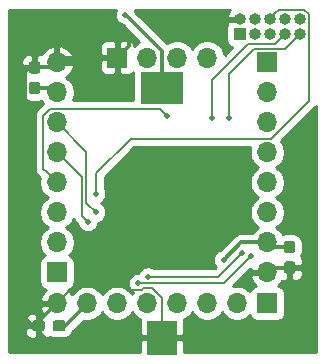
<source format=gbl>
G04 #@! TF.GenerationSoftware,KiCad,Pcbnew,(5.1.5-0-10_14)*
G04 #@! TF.CreationDate,2020-06-21T17:17:39+09:00*
G04 #@! TF.ProjectId,TriCon,54726943-6f6e-42e6-9b69-6361645f7063,1.1*
G04 #@! TF.SameCoordinates,Original*
G04 #@! TF.FileFunction,Copper,L2,Bot*
G04 #@! TF.FilePolarity,Positive*
%FSLAX46Y46*%
G04 Gerber Fmt 4.6, Leading zero omitted, Abs format (unit mm)*
G04 Created by KiCad (PCBNEW (5.1.5-0-10_14)) date 2020-06-21 17:17:39*
%MOMM*%
%LPD*%
G04 APERTURE LIST*
%ADD10O,1.700000X1.700000*%
%ADD11R,1.700000X1.700000*%
%ADD12R,3.600000X2.700000*%
%ADD13R,2.500000X3.000000*%
%ADD14O,1.000000X1.000000*%
%ADD15R,1.000000X1.000000*%
%ADD16C,0.100000*%
%ADD17C,0.508000*%
%ADD18C,0.304800*%
%ADD19C,0.203200*%
%ADD20C,0.254000*%
G04 APERTURE END LIST*
D10*
X153720000Y-88100000D03*
X151180000Y-88100000D03*
X148640000Y-88100000D03*
D11*
X146100000Y-88100000D03*
D12*
X149900000Y-90700000D03*
D13*
X149900000Y-111800000D03*
D14*
X161540000Y-84830000D03*
X161540000Y-86100000D03*
X160270000Y-84830000D03*
X160270000Y-86100000D03*
X159000000Y-84830000D03*
X159000000Y-86100000D03*
X157730000Y-84830000D03*
X157730000Y-86100000D03*
X156460000Y-84830000D03*
D15*
X156460000Y-86100000D03*
D10*
X141020000Y-108900000D03*
X143560000Y-108900000D03*
X146100000Y-108900000D03*
X148640000Y-108900000D03*
X151180000Y-108900000D03*
X153720000Y-108900000D03*
X156260000Y-108900000D03*
D11*
X158800000Y-108900000D03*
D10*
X158800000Y-106280000D03*
X158800000Y-103740000D03*
X158800000Y-101200000D03*
X158800000Y-98660000D03*
X158800000Y-96120000D03*
X158800000Y-93580000D03*
X158800000Y-91040000D03*
D11*
X158800000Y-88500000D03*
D10*
X141000000Y-88500000D03*
X141000000Y-91040000D03*
X141000000Y-93580000D03*
X141000000Y-96120000D03*
X141000000Y-98660000D03*
X141000000Y-101200000D03*
X141000000Y-103740000D03*
D11*
X141000000Y-106280000D03*
G04 #@! TA.AperFunction,SMDPad,CuDef*
D16*
G36*
X160960779Y-105351144D02*
G01*
X160983834Y-105354563D01*
X161006443Y-105360227D01*
X161028387Y-105368079D01*
X161049457Y-105378044D01*
X161069448Y-105390026D01*
X161088168Y-105403910D01*
X161105438Y-105419562D01*
X161121090Y-105436832D01*
X161134974Y-105455552D01*
X161146956Y-105475543D01*
X161156921Y-105496613D01*
X161164773Y-105518557D01*
X161170437Y-105541166D01*
X161173856Y-105564221D01*
X161175000Y-105587500D01*
X161175000Y-106162500D01*
X161173856Y-106185779D01*
X161170437Y-106208834D01*
X161164773Y-106231443D01*
X161156921Y-106253387D01*
X161146956Y-106274457D01*
X161134974Y-106294448D01*
X161121090Y-106313168D01*
X161105438Y-106330438D01*
X161088168Y-106346090D01*
X161069448Y-106359974D01*
X161049457Y-106371956D01*
X161028387Y-106381921D01*
X161006443Y-106389773D01*
X160983834Y-106395437D01*
X160960779Y-106398856D01*
X160937500Y-106400000D01*
X160462500Y-106400000D01*
X160439221Y-106398856D01*
X160416166Y-106395437D01*
X160393557Y-106389773D01*
X160371613Y-106381921D01*
X160350543Y-106371956D01*
X160330552Y-106359974D01*
X160311832Y-106346090D01*
X160294562Y-106330438D01*
X160278910Y-106313168D01*
X160265026Y-106294448D01*
X160253044Y-106274457D01*
X160243079Y-106253387D01*
X160235227Y-106231443D01*
X160229563Y-106208834D01*
X160226144Y-106185779D01*
X160225000Y-106162500D01*
X160225000Y-105587500D01*
X160226144Y-105564221D01*
X160229563Y-105541166D01*
X160235227Y-105518557D01*
X160243079Y-105496613D01*
X160253044Y-105475543D01*
X160265026Y-105455552D01*
X160278910Y-105436832D01*
X160294562Y-105419562D01*
X160311832Y-105403910D01*
X160330552Y-105390026D01*
X160350543Y-105378044D01*
X160371613Y-105368079D01*
X160393557Y-105360227D01*
X160416166Y-105354563D01*
X160439221Y-105351144D01*
X160462500Y-105350000D01*
X160937500Y-105350000D01*
X160960779Y-105351144D01*
G37*
G04 #@! TD.AperFunction*
G04 #@! TA.AperFunction,SMDPad,CuDef*
G36*
X160960779Y-103601144D02*
G01*
X160983834Y-103604563D01*
X161006443Y-103610227D01*
X161028387Y-103618079D01*
X161049457Y-103628044D01*
X161069448Y-103640026D01*
X161088168Y-103653910D01*
X161105438Y-103669562D01*
X161121090Y-103686832D01*
X161134974Y-103705552D01*
X161146956Y-103725543D01*
X161156921Y-103746613D01*
X161164773Y-103768557D01*
X161170437Y-103791166D01*
X161173856Y-103814221D01*
X161175000Y-103837500D01*
X161175000Y-104412500D01*
X161173856Y-104435779D01*
X161170437Y-104458834D01*
X161164773Y-104481443D01*
X161156921Y-104503387D01*
X161146956Y-104524457D01*
X161134974Y-104544448D01*
X161121090Y-104563168D01*
X161105438Y-104580438D01*
X161088168Y-104596090D01*
X161069448Y-104609974D01*
X161049457Y-104621956D01*
X161028387Y-104631921D01*
X161006443Y-104639773D01*
X160983834Y-104645437D01*
X160960779Y-104648856D01*
X160937500Y-104650000D01*
X160462500Y-104650000D01*
X160439221Y-104648856D01*
X160416166Y-104645437D01*
X160393557Y-104639773D01*
X160371613Y-104631921D01*
X160350543Y-104621956D01*
X160330552Y-104609974D01*
X160311832Y-104596090D01*
X160294562Y-104580438D01*
X160278910Y-104563168D01*
X160265026Y-104544448D01*
X160253044Y-104524457D01*
X160243079Y-104503387D01*
X160235227Y-104481443D01*
X160229563Y-104458834D01*
X160226144Y-104435779D01*
X160225000Y-104412500D01*
X160225000Y-103837500D01*
X160226144Y-103814221D01*
X160229563Y-103791166D01*
X160235227Y-103768557D01*
X160243079Y-103746613D01*
X160253044Y-103725543D01*
X160265026Y-103705552D01*
X160278910Y-103686832D01*
X160294562Y-103669562D01*
X160311832Y-103653910D01*
X160330552Y-103640026D01*
X160350543Y-103628044D01*
X160371613Y-103618079D01*
X160393557Y-103610227D01*
X160416166Y-103604563D01*
X160439221Y-103601144D01*
X160462500Y-103600000D01*
X160937500Y-103600000D01*
X160960779Y-103601144D01*
G37*
G04 #@! TD.AperFunction*
G04 #@! TA.AperFunction,SMDPad,CuDef*
G36*
X139735779Y-110326144D02*
G01*
X139758834Y-110329563D01*
X139781443Y-110335227D01*
X139803387Y-110343079D01*
X139824457Y-110353044D01*
X139844448Y-110365026D01*
X139863168Y-110378910D01*
X139880438Y-110394562D01*
X139896090Y-110411832D01*
X139909974Y-110430552D01*
X139921956Y-110450543D01*
X139931921Y-110471613D01*
X139939773Y-110493557D01*
X139945437Y-110516166D01*
X139948856Y-110539221D01*
X139950000Y-110562500D01*
X139950000Y-111037500D01*
X139948856Y-111060779D01*
X139945437Y-111083834D01*
X139939773Y-111106443D01*
X139931921Y-111128387D01*
X139921956Y-111149457D01*
X139909974Y-111169448D01*
X139896090Y-111188168D01*
X139880438Y-111205438D01*
X139863168Y-111221090D01*
X139844448Y-111234974D01*
X139824457Y-111246956D01*
X139803387Y-111256921D01*
X139781443Y-111264773D01*
X139758834Y-111270437D01*
X139735779Y-111273856D01*
X139712500Y-111275000D01*
X139137500Y-111275000D01*
X139114221Y-111273856D01*
X139091166Y-111270437D01*
X139068557Y-111264773D01*
X139046613Y-111256921D01*
X139025543Y-111246956D01*
X139005552Y-111234974D01*
X138986832Y-111221090D01*
X138969562Y-111205438D01*
X138953910Y-111188168D01*
X138940026Y-111169448D01*
X138928044Y-111149457D01*
X138918079Y-111128387D01*
X138910227Y-111106443D01*
X138904563Y-111083834D01*
X138901144Y-111060779D01*
X138900000Y-111037500D01*
X138900000Y-110562500D01*
X138901144Y-110539221D01*
X138904563Y-110516166D01*
X138910227Y-110493557D01*
X138918079Y-110471613D01*
X138928044Y-110450543D01*
X138940026Y-110430552D01*
X138953910Y-110411832D01*
X138969562Y-110394562D01*
X138986832Y-110378910D01*
X139005552Y-110365026D01*
X139025543Y-110353044D01*
X139046613Y-110343079D01*
X139068557Y-110335227D01*
X139091166Y-110329563D01*
X139114221Y-110326144D01*
X139137500Y-110325000D01*
X139712500Y-110325000D01*
X139735779Y-110326144D01*
G37*
G04 #@! TD.AperFunction*
G04 #@! TA.AperFunction,SMDPad,CuDef*
G36*
X141485779Y-110326144D02*
G01*
X141508834Y-110329563D01*
X141531443Y-110335227D01*
X141553387Y-110343079D01*
X141574457Y-110353044D01*
X141594448Y-110365026D01*
X141613168Y-110378910D01*
X141630438Y-110394562D01*
X141646090Y-110411832D01*
X141659974Y-110430552D01*
X141671956Y-110450543D01*
X141681921Y-110471613D01*
X141689773Y-110493557D01*
X141695437Y-110516166D01*
X141698856Y-110539221D01*
X141700000Y-110562500D01*
X141700000Y-111037500D01*
X141698856Y-111060779D01*
X141695437Y-111083834D01*
X141689773Y-111106443D01*
X141681921Y-111128387D01*
X141671956Y-111149457D01*
X141659974Y-111169448D01*
X141646090Y-111188168D01*
X141630438Y-111205438D01*
X141613168Y-111221090D01*
X141594448Y-111234974D01*
X141574457Y-111246956D01*
X141553387Y-111256921D01*
X141531443Y-111264773D01*
X141508834Y-111270437D01*
X141485779Y-111273856D01*
X141462500Y-111275000D01*
X140887500Y-111275000D01*
X140864221Y-111273856D01*
X140841166Y-111270437D01*
X140818557Y-111264773D01*
X140796613Y-111256921D01*
X140775543Y-111246956D01*
X140755552Y-111234974D01*
X140736832Y-111221090D01*
X140719562Y-111205438D01*
X140703910Y-111188168D01*
X140690026Y-111169448D01*
X140678044Y-111149457D01*
X140668079Y-111128387D01*
X140660227Y-111106443D01*
X140654563Y-111083834D01*
X140651144Y-111060779D01*
X140650000Y-111037500D01*
X140650000Y-110562500D01*
X140651144Y-110539221D01*
X140654563Y-110516166D01*
X140660227Y-110493557D01*
X140668079Y-110471613D01*
X140678044Y-110450543D01*
X140690026Y-110430552D01*
X140703910Y-110411832D01*
X140719562Y-110394562D01*
X140736832Y-110378910D01*
X140755552Y-110365026D01*
X140775543Y-110353044D01*
X140796613Y-110343079D01*
X140818557Y-110335227D01*
X140841166Y-110329563D01*
X140864221Y-110326144D01*
X140887500Y-110325000D01*
X141462500Y-110325000D01*
X141485779Y-110326144D01*
G37*
G04 #@! TD.AperFunction*
G04 #@! TA.AperFunction,SMDPad,CuDef*
G36*
X139360779Y-88401144D02*
G01*
X139383834Y-88404563D01*
X139406443Y-88410227D01*
X139428387Y-88418079D01*
X139449457Y-88428044D01*
X139469448Y-88440026D01*
X139488168Y-88453910D01*
X139505438Y-88469562D01*
X139521090Y-88486832D01*
X139534974Y-88505552D01*
X139546956Y-88525543D01*
X139556921Y-88546613D01*
X139564773Y-88568557D01*
X139570437Y-88591166D01*
X139573856Y-88614221D01*
X139575000Y-88637500D01*
X139575000Y-89212500D01*
X139573856Y-89235779D01*
X139570437Y-89258834D01*
X139564773Y-89281443D01*
X139556921Y-89303387D01*
X139546956Y-89324457D01*
X139534974Y-89344448D01*
X139521090Y-89363168D01*
X139505438Y-89380438D01*
X139488168Y-89396090D01*
X139469448Y-89409974D01*
X139449457Y-89421956D01*
X139428387Y-89431921D01*
X139406443Y-89439773D01*
X139383834Y-89445437D01*
X139360779Y-89448856D01*
X139337500Y-89450000D01*
X138862500Y-89450000D01*
X138839221Y-89448856D01*
X138816166Y-89445437D01*
X138793557Y-89439773D01*
X138771613Y-89431921D01*
X138750543Y-89421956D01*
X138730552Y-89409974D01*
X138711832Y-89396090D01*
X138694562Y-89380438D01*
X138678910Y-89363168D01*
X138665026Y-89344448D01*
X138653044Y-89324457D01*
X138643079Y-89303387D01*
X138635227Y-89281443D01*
X138629563Y-89258834D01*
X138626144Y-89235779D01*
X138625000Y-89212500D01*
X138625000Y-88637500D01*
X138626144Y-88614221D01*
X138629563Y-88591166D01*
X138635227Y-88568557D01*
X138643079Y-88546613D01*
X138653044Y-88525543D01*
X138665026Y-88505552D01*
X138678910Y-88486832D01*
X138694562Y-88469562D01*
X138711832Y-88453910D01*
X138730552Y-88440026D01*
X138750543Y-88428044D01*
X138771613Y-88418079D01*
X138793557Y-88410227D01*
X138816166Y-88404563D01*
X138839221Y-88401144D01*
X138862500Y-88400000D01*
X139337500Y-88400000D01*
X139360779Y-88401144D01*
G37*
G04 #@! TD.AperFunction*
G04 #@! TA.AperFunction,SMDPad,CuDef*
G36*
X139360779Y-90151144D02*
G01*
X139383834Y-90154563D01*
X139406443Y-90160227D01*
X139428387Y-90168079D01*
X139449457Y-90178044D01*
X139469448Y-90190026D01*
X139488168Y-90203910D01*
X139505438Y-90219562D01*
X139521090Y-90236832D01*
X139534974Y-90255552D01*
X139546956Y-90275543D01*
X139556921Y-90296613D01*
X139564773Y-90318557D01*
X139570437Y-90341166D01*
X139573856Y-90364221D01*
X139575000Y-90387500D01*
X139575000Y-90962500D01*
X139573856Y-90985779D01*
X139570437Y-91008834D01*
X139564773Y-91031443D01*
X139556921Y-91053387D01*
X139546956Y-91074457D01*
X139534974Y-91094448D01*
X139521090Y-91113168D01*
X139505438Y-91130438D01*
X139488168Y-91146090D01*
X139469448Y-91159974D01*
X139449457Y-91171956D01*
X139428387Y-91181921D01*
X139406443Y-91189773D01*
X139383834Y-91195437D01*
X139360779Y-91198856D01*
X139337500Y-91200000D01*
X138862500Y-91200000D01*
X138839221Y-91198856D01*
X138816166Y-91195437D01*
X138793557Y-91189773D01*
X138771613Y-91181921D01*
X138750543Y-91171956D01*
X138730552Y-91159974D01*
X138711832Y-91146090D01*
X138694562Y-91130438D01*
X138678910Y-91113168D01*
X138665026Y-91094448D01*
X138653044Y-91074457D01*
X138643079Y-91053387D01*
X138635227Y-91031443D01*
X138629563Y-91008834D01*
X138626144Y-90985779D01*
X138625000Y-90962500D01*
X138625000Y-90387500D01*
X138626144Y-90364221D01*
X138629563Y-90341166D01*
X138635227Y-90318557D01*
X138643079Y-90296613D01*
X138653044Y-90275543D01*
X138665026Y-90255552D01*
X138678910Y-90236832D01*
X138694562Y-90219562D01*
X138711832Y-90203910D01*
X138730552Y-90190026D01*
X138750543Y-90178044D01*
X138771613Y-90168079D01*
X138793557Y-90160227D01*
X138816166Y-90154563D01*
X138839221Y-90151144D01*
X138862500Y-90150000D01*
X139337500Y-90150000D01*
X139360779Y-90151144D01*
G37*
G04 #@! TD.AperFunction*
D17*
X147100000Y-86100000D03*
X146800000Y-84500000D03*
X155100000Y-105200000D03*
X154100000Y-93200000D03*
X144300000Y-99600000D03*
X144300000Y-101200000D03*
X143600000Y-102000000D03*
X150300000Y-93000000D03*
X157400000Y-104900000D03*
X147900000Y-107200000D03*
X156700000Y-104600000D03*
X148700000Y-106641200D03*
X155600000Y-93200000D03*
D18*
X140575000Y-88925000D02*
X141000000Y-88500000D01*
X139100000Y-88925000D02*
X140575000Y-88925000D01*
X139425000Y-111275000D02*
X139425000Y-110800000D01*
X140050000Y-111900000D02*
X139425000Y-111275000D01*
X149900000Y-111900000D02*
X140050000Y-111900000D01*
X149900000Y-111900000D02*
X159400000Y-111900000D01*
X160700000Y-110600000D02*
X160700000Y-105875000D01*
X159400000Y-111900000D02*
X160700000Y-110600000D01*
X138625000Y-88925000D02*
X139100000Y-88925000D01*
X138269390Y-110169390D02*
X138269390Y-89280610D01*
X138900000Y-110800000D02*
X138269390Y-110169390D01*
X138269390Y-89280610D02*
X138625000Y-88925000D01*
X139425000Y-110800000D02*
X138900000Y-110800000D01*
X141400000Y-88100000D02*
X141000000Y-88500000D01*
X146100000Y-88100000D02*
X141400000Y-88100000D01*
X147100000Y-87100000D02*
X146100000Y-88100000D01*
X147100000Y-86100000D02*
X147100000Y-87100000D01*
X159205000Y-105875000D02*
X158800000Y-106280000D01*
X160700000Y-105875000D02*
X159205000Y-105875000D01*
X139425000Y-110495000D02*
X141020000Y-108900000D01*
X139425000Y-110800000D02*
X139425000Y-110495000D01*
D19*
X141869999Y-108050001D02*
X141020000Y-108900000D01*
X142820000Y-107100000D02*
X141869999Y-108050001D01*
X147158801Y-107758801D02*
X146500000Y-107100000D01*
X146500000Y-107100000D02*
X142820000Y-107100000D01*
X148168225Y-107758801D02*
X147158801Y-107758801D01*
X148320616Y-107606410D02*
X148168225Y-107758801D01*
X149055516Y-107606410D02*
X148320616Y-107606410D01*
X149900000Y-108450894D02*
X149055516Y-107606410D01*
X149900000Y-111900000D02*
X149900000Y-108450894D01*
D18*
X146824290Y-84500000D02*
X146800000Y-84500000D01*
X149900000Y-87575710D02*
X146824290Y-84500000D01*
X149900000Y-90600000D02*
X149900000Y-87575710D01*
X140635000Y-90675000D02*
X141000000Y-91040000D01*
X139100000Y-90675000D02*
X140635000Y-90675000D01*
X159185000Y-104125000D02*
X158800000Y-103740000D01*
X160700000Y-104125000D02*
X159185000Y-104125000D01*
X143560000Y-108940000D02*
X143560000Y-108900000D01*
X141700000Y-110800000D02*
X143560000Y-108940000D01*
X141175000Y-110800000D02*
X141700000Y-110800000D01*
X156560000Y-103740000D02*
X155100000Y-105200000D01*
X158800000Y-103740000D02*
X156560000Y-103740000D01*
D19*
X154100000Y-90009602D02*
X154100000Y-93200000D01*
X157204801Y-86904801D02*
X154100000Y-90009602D01*
X159465199Y-86904801D02*
X160270000Y-86100000D01*
X157204801Y-86904801D02*
X159465199Y-86904801D01*
X159499999Y-84330001D02*
X159000000Y-84830000D01*
X159804801Y-84025199D02*
X159499999Y-84330001D01*
X161926305Y-84025199D02*
X159804801Y-84025199D01*
X162344801Y-91744305D02*
X162344801Y-84443695D01*
X159123907Y-94965199D02*
X162344801Y-91744305D01*
X162344801Y-84443695D02*
X161926305Y-84025199D01*
X147234801Y-94965199D02*
X159123907Y-94965199D01*
X144300000Y-97900000D02*
X147234801Y-94965199D01*
X144300000Y-99600000D02*
X144300000Y-97900000D01*
X141000000Y-93580000D02*
X143500000Y-96080000D01*
X143500000Y-100400000D02*
X144300000Y-101200000D01*
X143500000Y-96080000D02*
X143500000Y-100400000D01*
X141849999Y-96969999D02*
X141000000Y-96120000D01*
X143093590Y-101493590D02*
X143093590Y-98213590D01*
X143093590Y-98213590D02*
X141849999Y-96969999D01*
X143600000Y-102000000D02*
X143093590Y-101493590D01*
X139845199Y-93025695D02*
X139845199Y-97505199D01*
X139845199Y-97505199D02*
X140150001Y-97810001D01*
X140445695Y-92425199D02*
X139845199Y-93025695D01*
X149725199Y-92425199D02*
X140445695Y-92425199D01*
X140150001Y-97810001D02*
X141000000Y-98660000D01*
X150300000Y-93000000D02*
X149725199Y-92425199D01*
X155100000Y-107200000D02*
X147900000Y-107200000D01*
X157400000Y-104900000D02*
X155100000Y-107200000D01*
X154658800Y-106641200D02*
X148700000Y-106641200D01*
X156700000Y-104600000D02*
X154658800Y-106641200D01*
X155600000Y-89451358D02*
X157706159Y-87345199D01*
X160294801Y-87345199D02*
X161540000Y-86100000D01*
X157706159Y-87345199D02*
X160294801Y-87345199D01*
X155600000Y-93200000D02*
X155600000Y-89451358D01*
D20*
G36*
X146012179Y-84078901D02*
G01*
X145945164Y-84240688D01*
X145911000Y-84412441D01*
X145911000Y-84587559D01*
X145945164Y-84759312D01*
X146012179Y-84921099D01*
X146109469Y-85066704D01*
X146233296Y-85190531D01*
X146378901Y-85287821D01*
X146540688Y-85354836D01*
X146571756Y-85361016D01*
X147977715Y-86766975D01*
X147936589Y-86784010D01*
X147693368Y-86946525D01*
X147561513Y-87078380D01*
X147539502Y-87005820D01*
X147480537Y-86895506D01*
X147401185Y-86798815D01*
X147304494Y-86719463D01*
X147194180Y-86660498D01*
X147074482Y-86624188D01*
X146950000Y-86611928D01*
X146385750Y-86615000D01*
X146227000Y-86773750D01*
X146227000Y-87973000D01*
X146247000Y-87973000D01*
X146247000Y-88227000D01*
X146227000Y-88227000D01*
X146227000Y-89426250D01*
X146385750Y-89585000D01*
X146950000Y-89588072D01*
X147074482Y-89575812D01*
X147194180Y-89539502D01*
X147304494Y-89480537D01*
X147401185Y-89401185D01*
X147464483Y-89324056D01*
X147461928Y-89350000D01*
X147461928Y-91688599D01*
X142338694Y-91688599D01*
X142427932Y-91473158D01*
X142485000Y-91186260D01*
X142485000Y-90893740D01*
X142427932Y-90606842D01*
X142315990Y-90336589D01*
X142153475Y-90093368D01*
X141946632Y-89886525D01*
X141764466Y-89764805D01*
X141881355Y-89695178D01*
X142097588Y-89500269D01*
X142271641Y-89266920D01*
X142396825Y-89004099D01*
X142413234Y-88950000D01*
X144611928Y-88950000D01*
X144624188Y-89074482D01*
X144660498Y-89194180D01*
X144719463Y-89304494D01*
X144798815Y-89401185D01*
X144895506Y-89480537D01*
X145005820Y-89539502D01*
X145125518Y-89575812D01*
X145250000Y-89588072D01*
X145814250Y-89585000D01*
X145973000Y-89426250D01*
X145973000Y-88227000D01*
X144773750Y-88227000D01*
X144615000Y-88385750D01*
X144611928Y-88950000D01*
X142413234Y-88950000D01*
X142441476Y-88856890D01*
X142320155Y-88627000D01*
X141127000Y-88627000D01*
X141127000Y-88647000D01*
X140873000Y-88647000D01*
X140873000Y-88627000D01*
X140853000Y-88627000D01*
X140853000Y-88373000D01*
X140873000Y-88373000D01*
X140873000Y-87179186D01*
X141127000Y-87179186D01*
X141127000Y-88373000D01*
X142320155Y-88373000D01*
X142441476Y-88143110D01*
X142396825Y-87995901D01*
X142271641Y-87733080D01*
X142097588Y-87499731D01*
X141881355Y-87304822D01*
X141789321Y-87250000D01*
X144611928Y-87250000D01*
X144615000Y-87814250D01*
X144773750Y-87973000D01*
X145973000Y-87973000D01*
X145973000Y-86773750D01*
X145814250Y-86615000D01*
X145250000Y-86611928D01*
X145125518Y-86624188D01*
X145005820Y-86660498D01*
X144895506Y-86719463D01*
X144798815Y-86798815D01*
X144719463Y-86895506D01*
X144660498Y-87005820D01*
X144624188Y-87125518D01*
X144611928Y-87250000D01*
X141789321Y-87250000D01*
X141631252Y-87155843D01*
X141356891Y-87058519D01*
X141127000Y-87179186D01*
X140873000Y-87179186D01*
X140643109Y-87058519D01*
X140368748Y-87155843D01*
X140118645Y-87304822D01*
X139902412Y-87499731D01*
X139728359Y-87733080D01*
X139707605Y-87776652D01*
X139699482Y-87774188D01*
X139575000Y-87761928D01*
X139385750Y-87765000D01*
X139227000Y-87923750D01*
X139227000Y-88798000D01*
X139247000Y-88798000D01*
X139247000Y-89052000D01*
X139227000Y-89052000D01*
X139227000Y-89072000D01*
X138973000Y-89072000D01*
X138973000Y-89052000D01*
X138148750Y-89052000D01*
X137990000Y-89210750D01*
X137986928Y-89450000D01*
X137999188Y-89574482D01*
X138035498Y-89694180D01*
X138094463Y-89804494D01*
X138154099Y-89877161D01*
X138134488Y-89901058D01*
X138053577Y-90052433D01*
X138003752Y-90216684D01*
X137986928Y-90387500D01*
X137986928Y-90962500D01*
X138003752Y-91133316D01*
X138053577Y-91297567D01*
X138134488Y-91448942D01*
X138243377Y-91581623D01*
X138376058Y-91690512D01*
X138527433Y-91771423D01*
X138691684Y-91821248D01*
X138862500Y-91838072D01*
X139337500Y-91838072D01*
X139508316Y-91821248D01*
X139672567Y-91771423D01*
X139694790Y-91759545D01*
X139844934Y-91984250D01*
X139349931Y-92479254D01*
X139321824Y-92502321D01*
X139229775Y-92614483D01*
X139161377Y-92742447D01*
X139119257Y-92881297D01*
X139113408Y-92940688D01*
X139105035Y-93025695D01*
X139108599Y-93061878D01*
X139108600Y-97469006D01*
X139105035Y-97505199D01*
X139116023Y-97616751D01*
X139119258Y-97649598D01*
X139124113Y-97665603D01*
X139161377Y-97788446D01*
X139221004Y-97900000D01*
X139229776Y-97916412D01*
X139321825Y-98028574D01*
X139349931Y-98051640D01*
X139564281Y-98265990D01*
X139515000Y-98513740D01*
X139515000Y-98806260D01*
X139572068Y-99093158D01*
X139684010Y-99363411D01*
X139846525Y-99606632D01*
X140053368Y-99813475D01*
X140227760Y-99930000D01*
X140053368Y-100046525D01*
X139846525Y-100253368D01*
X139684010Y-100496589D01*
X139572068Y-100766842D01*
X139515000Y-101053740D01*
X139515000Y-101346260D01*
X139572068Y-101633158D01*
X139684010Y-101903411D01*
X139846525Y-102146632D01*
X140053368Y-102353475D01*
X140227760Y-102470000D01*
X140053368Y-102586525D01*
X139846525Y-102793368D01*
X139684010Y-103036589D01*
X139572068Y-103306842D01*
X139515000Y-103593740D01*
X139515000Y-103886260D01*
X139572068Y-104173158D01*
X139684010Y-104443411D01*
X139846525Y-104686632D01*
X139978380Y-104818487D01*
X139905820Y-104840498D01*
X139795506Y-104899463D01*
X139698815Y-104978815D01*
X139619463Y-105075506D01*
X139560498Y-105185820D01*
X139524188Y-105305518D01*
X139511928Y-105430000D01*
X139511928Y-107130000D01*
X139524188Y-107254482D01*
X139560498Y-107374180D01*
X139619463Y-107484494D01*
X139698815Y-107581185D01*
X139795506Y-107660537D01*
X139905820Y-107719502D01*
X140025518Y-107755812D01*
X140075594Y-107760744D01*
X140019731Y-107802412D01*
X139824822Y-108018645D01*
X139675843Y-108268748D01*
X139578519Y-108543109D01*
X139699186Y-108773000D01*
X140893000Y-108773000D01*
X140893000Y-108753000D01*
X141147000Y-108753000D01*
X141147000Y-108773000D01*
X141167000Y-108773000D01*
X141167000Y-109027000D01*
X141147000Y-109027000D01*
X141147000Y-109047000D01*
X140893000Y-109047000D01*
X140893000Y-109027000D01*
X139699186Y-109027000D01*
X139578519Y-109256891D01*
X139675843Y-109531252D01*
X139769952Y-109689240D01*
X139710750Y-109690000D01*
X139552000Y-109848750D01*
X139552000Y-110673000D01*
X139572000Y-110673000D01*
X139572000Y-110927000D01*
X139552000Y-110927000D01*
X139552000Y-111751250D01*
X139710750Y-111910000D01*
X139950000Y-111913072D01*
X140074482Y-111900812D01*
X140194180Y-111864502D01*
X140304494Y-111805537D01*
X140377161Y-111745901D01*
X140401058Y-111765512D01*
X140552433Y-111846423D01*
X140716684Y-111896248D01*
X140887500Y-111913072D01*
X141462500Y-111913072D01*
X141633316Y-111896248D01*
X141797567Y-111846423D01*
X141948942Y-111765512D01*
X142081623Y-111656623D01*
X142190512Y-111523942D01*
X142271423Y-111372567D01*
X142284678Y-111328872D01*
X143259276Y-110354275D01*
X143413740Y-110385000D01*
X143706260Y-110385000D01*
X143993158Y-110327932D01*
X144263411Y-110215990D01*
X144506632Y-110053475D01*
X144713475Y-109846632D01*
X144830000Y-109672240D01*
X144946525Y-109846632D01*
X145153368Y-110053475D01*
X145396589Y-110215990D01*
X145666842Y-110327932D01*
X145953740Y-110385000D01*
X146246260Y-110385000D01*
X146533158Y-110327932D01*
X146803411Y-110215990D01*
X147046632Y-110053475D01*
X147253475Y-109846632D01*
X147370000Y-109672240D01*
X147486525Y-109846632D01*
X147693368Y-110053475D01*
X147936589Y-110215990D01*
X148016925Y-110249266D01*
X148011928Y-110300000D01*
X148015000Y-111514250D01*
X148173750Y-111673000D01*
X149773000Y-111673000D01*
X149773000Y-111653000D01*
X150027000Y-111653000D01*
X150027000Y-111673000D01*
X151626250Y-111673000D01*
X151785000Y-111514250D01*
X151788072Y-110300000D01*
X151783859Y-110257226D01*
X151883411Y-110215990D01*
X152126632Y-110053475D01*
X152333475Y-109846632D01*
X152450000Y-109672240D01*
X152566525Y-109846632D01*
X152773368Y-110053475D01*
X153016589Y-110215990D01*
X153286842Y-110327932D01*
X153573740Y-110385000D01*
X153866260Y-110385000D01*
X154153158Y-110327932D01*
X154423411Y-110215990D01*
X154666632Y-110053475D01*
X154873475Y-109846632D01*
X154990000Y-109672240D01*
X155106525Y-109846632D01*
X155313368Y-110053475D01*
X155556589Y-110215990D01*
X155826842Y-110327932D01*
X156113740Y-110385000D01*
X156406260Y-110385000D01*
X156693158Y-110327932D01*
X156963411Y-110215990D01*
X157206632Y-110053475D01*
X157338487Y-109921620D01*
X157360498Y-109994180D01*
X157419463Y-110104494D01*
X157498815Y-110201185D01*
X157595506Y-110280537D01*
X157705820Y-110339502D01*
X157825518Y-110375812D01*
X157950000Y-110388072D01*
X159650000Y-110388072D01*
X159774482Y-110375812D01*
X159894180Y-110339502D01*
X160004494Y-110280537D01*
X160101185Y-110201185D01*
X160180537Y-110104494D01*
X160239502Y-109994180D01*
X160275812Y-109874482D01*
X160288072Y-109750000D01*
X160288072Y-108050000D01*
X160275812Y-107925518D01*
X160239502Y-107805820D01*
X160180537Y-107695506D01*
X160101185Y-107598815D01*
X160004494Y-107519463D01*
X159894180Y-107460498D01*
X159774482Y-107424188D01*
X159741525Y-107420942D01*
X159897588Y-107280269D01*
X160071641Y-107046920D01*
X160084071Y-107020823D01*
X160100518Y-107025812D01*
X160225000Y-107038072D01*
X160414250Y-107035000D01*
X160573000Y-106876250D01*
X160573000Y-106002000D01*
X160827000Y-106002000D01*
X160827000Y-106876250D01*
X160985750Y-107035000D01*
X161175000Y-107038072D01*
X161299482Y-107025812D01*
X161419180Y-106989502D01*
X161529494Y-106930537D01*
X161626185Y-106851185D01*
X161705537Y-106754494D01*
X161764502Y-106644180D01*
X161800812Y-106524482D01*
X161813072Y-106400000D01*
X161810000Y-106160750D01*
X161651250Y-106002000D01*
X160827000Y-106002000D01*
X160573000Y-106002000D01*
X160553000Y-106002000D01*
X160553000Y-105748000D01*
X160573000Y-105748000D01*
X160573000Y-105728000D01*
X160827000Y-105728000D01*
X160827000Y-105748000D01*
X161651250Y-105748000D01*
X161810000Y-105589250D01*
X161813072Y-105350000D01*
X161800812Y-105225518D01*
X161764502Y-105105820D01*
X161705537Y-104995506D01*
X161645901Y-104922839D01*
X161665512Y-104898942D01*
X161746423Y-104747567D01*
X161796248Y-104583316D01*
X161813072Y-104412500D01*
X161813072Y-103837500D01*
X161796248Y-103666684D01*
X161746423Y-103502433D01*
X161665512Y-103351058D01*
X161556623Y-103218377D01*
X161423942Y-103109488D01*
X161272567Y-103028577D01*
X161108316Y-102978752D01*
X160937500Y-102961928D01*
X160462500Y-102961928D01*
X160291684Y-102978752D01*
X160127433Y-103028577D01*
X160115057Y-103035192D01*
X159953475Y-102793368D01*
X159746632Y-102586525D01*
X159572240Y-102470000D01*
X159746632Y-102353475D01*
X159953475Y-102146632D01*
X160115990Y-101903411D01*
X160227932Y-101633158D01*
X160285000Y-101346260D01*
X160285000Y-101053740D01*
X160227932Y-100766842D01*
X160115990Y-100496589D01*
X159953475Y-100253368D01*
X159746632Y-100046525D01*
X159572240Y-99930000D01*
X159746632Y-99813475D01*
X159953475Y-99606632D01*
X160115990Y-99363411D01*
X160227932Y-99093158D01*
X160285000Y-98806260D01*
X160285000Y-98513740D01*
X160227932Y-98226842D01*
X160115990Y-97956589D01*
X159953475Y-97713368D01*
X159746632Y-97506525D01*
X159572240Y-97390000D01*
X159746632Y-97273475D01*
X159953475Y-97066632D01*
X160115990Y-96823411D01*
X160227932Y-96553158D01*
X160285000Y-96266260D01*
X160285000Y-95973740D01*
X160227932Y-95686842D01*
X160115990Y-95416589D01*
X159955066Y-95175749D01*
X162840074Y-92290742D01*
X162868175Y-92267680D01*
X162891238Y-92239578D01*
X162891243Y-92239573D01*
X162940000Y-92180162D01*
X162940001Y-113040000D01*
X151787414Y-113040000D01*
X151785000Y-112085750D01*
X151626250Y-111927000D01*
X150027000Y-111927000D01*
X150027000Y-111947000D01*
X149773000Y-111947000D01*
X149773000Y-111927000D01*
X148173750Y-111927000D01*
X148015000Y-112085750D01*
X148012586Y-113040000D01*
X136960000Y-113040000D01*
X136960000Y-111275000D01*
X138261928Y-111275000D01*
X138274188Y-111399482D01*
X138310498Y-111519180D01*
X138369463Y-111629494D01*
X138448815Y-111726185D01*
X138545506Y-111805537D01*
X138655820Y-111864502D01*
X138775518Y-111900812D01*
X138900000Y-111913072D01*
X139139250Y-111910000D01*
X139298000Y-111751250D01*
X139298000Y-110927000D01*
X138423750Y-110927000D01*
X138265000Y-111085750D01*
X138261928Y-111275000D01*
X136960000Y-111275000D01*
X136960000Y-110325000D01*
X138261928Y-110325000D01*
X138265000Y-110514250D01*
X138423750Y-110673000D01*
X139298000Y-110673000D01*
X139298000Y-109848750D01*
X139139250Y-109690000D01*
X138900000Y-109686928D01*
X138775518Y-109699188D01*
X138655820Y-109735498D01*
X138545506Y-109794463D01*
X138448815Y-109873815D01*
X138369463Y-109970506D01*
X138310498Y-110080820D01*
X138274188Y-110200518D01*
X138261928Y-110325000D01*
X136960000Y-110325000D01*
X136960000Y-88400000D01*
X137986928Y-88400000D01*
X137990000Y-88639250D01*
X138148750Y-88798000D01*
X138973000Y-88798000D01*
X138973000Y-87923750D01*
X138814250Y-87765000D01*
X138625000Y-87761928D01*
X138500518Y-87774188D01*
X138380820Y-87810498D01*
X138270506Y-87869463D01*
X138173815Y-87948815D01*
X138094463Y-88045506D01*
X138035498Y-88155820D01*
X137999188Y-88275518D01*
X137986928Y-88400000D01*
X136960000Y-88400000D01*
X136960000Y-84060000D01*
X146024808Y-84060000D01*
X146012179Y-84078901D01*
G37*
X146012179Y-84078901D02*
X145945164Y-84240688D01*
X145911000Y-84412441D01*
X145911000Y-84587559D01*
X145945164Y-84759312D01*
X146012179Y-84921099D01*
X146109469Y-85066704D01*
X146233296Y-85190531D01*
X146378901Y-85287821D01*
X146540688Y-85354836D01*
X146571756Y-85361016D01*
X147977715Y-86766975D01*
X147936589Y-86784010D01*
X147693368Y-86946525D01*
X147561513Y-87078380D01*
X147539502Y-87005820D01*
X147480537Y-86895506D01*
X147401185Y-86798815D01*
X147304494Y-86719463D01*
X147194180Y-86660498D01*
X147074482Y-86624188D01*
X146950000Y-86611928D01*
X146385750Y-86615000D01*
X146227000Y-86773750D01*
X146227000Y-87973000D01*
X146247000Y-87973000D01*
X146247000Y-88227000D01*
X146227000Y-88227000D01*
X146227000Y-89426250D01*
X146385750Y-89585000D01*
X146950000Y-89588072D01*
X147074482Y-89575812D01*
X147194180Y-89539502D01*
X147304494Y-89480537D01*
X147401185Y-89401185D01*
X147464483Y-89324056D01*
X147461928Y-89350000D01*
X147461928Y-91688599D01*
X142338694Y-91688599D01*
X142427932Y-91473158D01*
X142485000Y-91186260D01*
X142485000Y-90893740D01*
X142427932Y-90606842D01*
X142315990Y-90336589D01*
X142153475Y-90093368D01*
X141946632Y-89886525D01*
X141764466Y-89764805D01*
X141881355Y-89695178D01*
X142097588Y-89500269D01*
X142271641Y-89266920D01*
X142396825Y-89004099D01*
X142413234Y-88950000D01*
X144611928Y-88950000D01*
X144624188Y-89074482D01*
X144660498Y-89194180D01*
X144719463Y-89304494D01*
X144798815Y-89401185D01*
X144895506Y-89480537D01*
X145005820Y-89539502D01*
X145125518Y-89575812D01*
X145250000Y-89588072D01*
X145814250Y-89585000D01*
X145973000Y-89426250D01*
X145973000Y-88227000D01*
X144773750Y-88227000D01*
X144615000Y-88385750D01*
X144611928Y-88950000D01*
X142413234Y-88950000D01*
X142441476Y-88856890D01*
X142320155Y-88627000D01*
X141127000Y-88627000D01*
X141127000Y-88647000D01*
X140873000Y-88647000D01*
X140873000Y-88627000D01*
X140853000Y-88627000D01*
X140853000Y-88373000D01*
X140873000Y-88373000D01*
X140873000Y-87179186D01*
X141127000Y-87179186D01*
X141127000Y-88373000D01*
X142320155Y-88373000D01*
X142441476Y-88143110D01*
X142396825Y-87995901D01*
X142271641Y-87733080D01*
X142097588Y-87499731D01*
X141881355Y-87304822D01*
X141789321Y-87250000D01*
X144611928Y-87250000D01*
X144615000Y-87814250D01*
X144773750Y-87973000D01*
X145973000Y-87973000D01*
X145973000Y-86773750D01*
X145814250Y-86615000D01*
X145250000Y-86611928D01*
X145125518Y-86624188D01*
X145005820Y-86660498D01*
X144895506Y-86719463D01*
X144798815Y-86798815D01*
X144719463Y-86895506D01*
X144660498Y-87005820D01*
X144624188Y-87125518D01*
X144611928Y-87250000D01*
X141789321Y-87250000D01*
X141631252Y-87155843D01*
X141356891Y-87058519D01*
X141127000Y-87179186D01*
X140873000Y-87179186D01*
X140643109Y-87058519D01*
X140368748Y-87155843D01*
X140118645Y-87304822D01*
X139902412Y-87499731D01*
X139728359Y-87733080D01*
X139707605Y-87776652D01*
X139699482Y-87774188D01*
X139575000Y-87761928D01*
X139385750Y-87765000D01*
X139227000Y-87923750D01*
X139227000Y-88798000D01*
X139247000Y-88798000D01*
X139247000Y-89052000D01*
X139227000Y-89052000D01*
X139227000Y-89072000D01*
X138973000Y-89072000D01*
X138973000Y-89052000D01*
X138148750Y-89052000D01*
X137990000Y-89210750D01*
X137986928Y-89450000D01*
X137999188Y-89574482D01*
X138035498Y-89694180D01*
X138094463Y-89804494D01*
X138154099Y-89877161D01*
X138134488Y-89901058D01*
X138053577Y-90052433D01*
X138003752Y-90216684D01*
X137986928Y-90387500D01*
X137986928Y-90962500D01*
X138003752Y-91133316D01*
X138053577Y-91297567D01*
X138134488Y-91448942D01*
X138243377Y-91581623D01*
X138376058Y-91690512D01*
X138527433Y-91771423D01*
X138691684Y-91821248D01*
X138862500Y-91838072D01*
X139337500Y-91838072D01*
X139508316Y-91821248D01*
X139672567Y-91771423D01*
X139694790Y-91759545D01*
X139844934Y-91984250D01*
X139349931Y-92479254D01*
X139321824Y-92502321D01*
X139229775Y-92614483D01*
X139161377Y-92742447D01*
X139119257Y-92881297D01*
X139113408Y-92940688D01*
X139105035Y-93025695D01*
X139108599Y-93061878D01*
X139108600Y-97469006D01*
X139105035Y-97505199D01*
X139116023Y-97616751D01*
X139119258Y-97649598D01*
X139124113Y-97665603D01*
X139161377Y-97788446D01*
X139221004Y-97900000D01*
X139229776Y-97916412D01*
X139321825Y-98028574D01*
X139349931Y-98051640D01*
X139564281Y-98265990D01*
X139515000Y-98513740D01*
X139515000Y-98806260D01*
X139572068Y-99093158D01*
X139684010Y-99363411D01*
X139846525Y-99606632D01*
X140053368Y-99813475D01*
X140227760Y-99930000D01*
X140053368Y-100046525D01*
X139846525Y-100253368D01*
X139684010Y-100496589D01*
X139572068Y-100766842D01*
X139515000Y-101053740D01*
X139515000Y-101346260D01*
X139572068Y-101633158D01*
X139684010Y-101903411D01*
X139846525Y-102146632D01*
X140053368Y-102353475D01*
X140227760Y-102470000D01*
X140053368Y-102586525D01*
X139846525Y-102793368D01*
X139684010Y-103036589D01*
X139572068Y-103306842D01*
X139515000Y-103593740D01*
X139515000Y-103886260D01*
X139572068Y-104173158D01*
X139684010Y-104443411D01*
X139846525Y-104686632D01*
X139978380Y-104818487D01*
X139905820Y-104840498D01*
X139795506Y-104899463D01*
X139698815Y-104978815D01*
X139619463Y-105075506D01*
X139560498Y-105185820D01*
X139524188Y-105305518D01*
X139511928Y-105430000D01*
X139511928Y-107130000D01*
X139524188Y-107254482D01*
X139560498Y-107374180D01*
X139619463Y-107484494D01*
X139698815Y-107581185D01*
X139795506Y-107660537D01*
X139905820Y-107719502D01*
X140025518Y-107755812D01*
X140075594Y-107760744D01*
X140019731Y-107802412D01*
X139824822Y-108018645D01*
X139675843Y-108268748D01*
X139578519Y-108543109D01*
X139699186Y-108773000D01*
X140893000Y-108773000D01*
X140893000Y-108753000D01*
X141147000Y-108753000D01*
X141147000Y-108773000D01*
X141167000Y-108773000D01*
X141167000Y-109027000D01*
X141147000Y-109027000D01*
X141147000Y-109047000D01*
X140893000Y-109047000D01*
X140893000Y-109027000D01*
X139699186Y-109027000D01*
X139578519Y-109256891D01*
X139675843Y-109531252D01*
X139769952Y-109689240D01*
X139710750Y-109690000D01*
X139552000Y-109848750D01*
X139552000Y-110673000D01*
X139572000Y-110673000D01*
X139572000Y-110927000D01*
X139552000Y-110927000D01*
X139552000Y-111751250D01*
X139710750Y-111910000D01*
X139950000Y-111913072D01*
X140074482Y-111900812D01*
X140194180Y-111864502D01*
X140304494Y-111805537D01*
X140377161Y-111745901D01*
X140401058Y-111765512D01*
X140552433Y-111846423D01*
X140716684Y-111896248D01*
X140887500Y-111913072D01*
X141462500Y-111913072D01*
X141633316Y-111896248D01*
X141797567Y-111846423D01*
X141948942Y-111765512D01*
X142081623Y-111656623D01*
X142190512Y-111523942D01*
X142271423Y-111372567D01*
X142284678Y-111328872D01*
X143259276Y-110354275D01*
X143413740Y-110385000D01*
X143706260Y-110385000D01*
X143993158Y-110327932D01*
X144263411Y-110215990D01*
X144506632Y-110053475D01*
X144713475Y-109846632D01*
X144830000Y-109672240D01*
X144946525Y-109846632D01*
X145153368Y-110053475D01*
X145396589Y-110215990D01*
X145666842Y-110327932D01*
X145953740Y-110385000D01*
X146246260Y-110385000D01*
X146533158Y-110327932D01*
X146803411Y-110215990D01*
X147046632Y-110053475D01*
X147253475Y-109846632D01*
X147370000Y-109672240D01*
X147486525Y-109846632D01*
X147693368Y-110053475D01*
X147936589Y-110215990D01*
X148016925Y-110249266D01*
X148011928Y-110300000D01*
X148015000Y-111514250D01*
X148173750Y-111673000D01*
X149773000Y-111673000D01*
X149773000Y-111653000D01*
X150027000Y-111653000D01*
X150027000Y-111673000D01*
X151626250Y-111673000D01*
X151785000Y-111514250D01*
X151788072Y-110300000D01*
X151783859Y-110257226D01*
X151883411Y-110215990D01*
X152126632Y-110053475D01*
X152333475Y-109846632D01*
X152450000Y-109672240D01*
X152566525Y-109846632D01*
X152773368Y-110053475D01*
X153016589Y-110215990D01*
X153286842Y-110327932D01*
X153573740Y-110385000D01*
X153866260Y-110385000D01*
X154153158Y-110327932D01*
X154423411Y-110215990D01*
X154666632Y-110053475D01*
X154873475Y-109846632D01*
X154990000Y-109672240D01*
X155106525Y-109846632D01*
X155313368Y-110053475D01*
X155556589Y-110215990D01*
X155826842Y-110327932D01*
X156113740Y-110385000D01*
X156406260Y-110385000D01*
X156693158Y-110327932D01*
X156963411Y-110215990D01*
X157206632Y-110053475D01*
X157338487Y-109921620D01*
X157360498Y-109994180D01*
X157419463Y-110104494D01*
X157498815Y-110201185D01*
X157595506Y-110280537D01*
X157705820Y-110339502D01*
X157825518Y-110375812D01*
X157950000Y-110388072D01*
X159650000Y-110388072D01*
X159774482Y-110375812D01*
X159894180Y-110339502D01*
X160004494Y-110280537D01*
X160101185Y-110201185D01*
X160180537Y-110104494D01*
X160239502Y-109994180D01*
X160275812Y-109874482D01*
X160288072Y-109750000D01*
X160288072Y-108050000D01*
X160275812Y-107925518D01*
X160239502Y-107805820D01*
X160180537Y-107695506D01*
X160101185Y-107598815D01*
X160004494Y-107519463D01*
X159894180Y-107460498D01*
X159774482Y-107424188D01*
X159741525Y-107420942D01*
X159897588Y-107280269D01*
X160071641Y-107046920D01*
X160084071Y-107020823D01*
X160100518Y-107025812D01*
X160225000Y-107038072D01*
X160414250Y-107035000D01*
X160573000Y-106876250D01*
X160573000Y-106002000D01*
X160827000Y-106002000D01*
X160827000Y-106876250D01*
X160985750Y-107035000D01*
X161175000Y-107038072D01*
X161299482Y-107025812D01*
X161419180Y-106989502D01*
X161529494Y-106930537D01*
X161626185Y-106851185D01*
X161705537Y-106754494D01*
X161764502Y-106644180D01*
X161800812Y-106524482D01*
X161813072Y-106400000D01*
X161810000Y-106160750D01*
X161651250Y-106002000D01*
X160827000Y-106002000D01*
X160573000Y-106002000D01*
X160553000Y-106002000D01*
X160553000Y-105748000D01*
X160573000Y-105748000D01*
X160573000Y-105728000D01*
X160827000Y-105728000D01*
X160827000Y-105748000D01*
X161651250Y-105748000D01*
X161810000Y-105589250D01*
X161813072Y-105350000D01*
X161800812Y-105225518D01*
X161764502Y-105105820D01*
X161705537Y-104995506D01*
X161645901Y-104922839D01*
X161665512Y-104898942D01*
X161746423Y-104747567D01*
X161796248Y-104583316D01*
X161813072Y-104412500D01*
X161813072Y-103837500D01*
X161796248Y-103666684D01*
X161746423Y-103502433D01*
X161665512Y-103351058D01*
X161556623Y-103218377D01*
X161423942Y-103109488D01*
X161272567Y-103028577D01*
X161108316Y-102978752D01*
X160937500Y-102961928D01*
X160462500Y-102961928D01*
X160291684Y-102978752D01*
X160127433Y-103028577D01*
X160115057Y-103035192D01*
X159953475Y-102793368D01*
X159746632Y-102586525D01*
X159572240Y-102470000D01*
X159746632Y-102353475D01*
X159953475Y-102146632D01*
X160115990Y-101903411D01*
X160227932Y-101633158D01*
X160285000Y-101346260D01*
X160285000Y-101053740D01*
X160227932Y-100766842D01*
X160115990Y-100496589D01*
X159953475Y-100253368D01*
X159746632Y-100046525D01*
X159572240Y-99930000D01*
X159746632Y-99813475D01*
X159953475Y-99606632D01*
X160115990Y-99363411D01*
X160227932Y-99093158D01*
X160285000Y-98806260D01*
X160285000Y-98513740D01*
X160227932Y-98226842D01*
X160115990Y-97956589D01*
X159953475Y-97713368D01*
X159746632Y-97506525D01*
X159572240Y-97390000D01*
X159746632Y-97273475D01*
X159953475Y-97066632D01*
X160115990Y-96823411D01*
X160227932Y-96553158D01*
X160285000Y-96266260D01*
X160285000Y-95973740D01*
X160227932Y-95686842D01*
X160115990Y-95416589D01*
X159955066Y-95175749D01*
X162840074Y-92290742D01*
X162868175Y-92267680D01*
X162891238Y-92239578D01*
X162891243Y-92239573D01*
X162940000Y-92180162D01*
X162940001Y-113040000D01*
X151787414Y-113040000D01*
X151785000Y-112085750D01*
X151626250Y-111927000D01*
X150027000Y-111927000D01*
X150027000Y-111947000D01*
X149773000Y-111947000D01*
X149773000Y-111927000D01*
X148173750Y-111927000D01*
X148015000Y-112085750D01*
X148012586Y-113040000D01*
X136960000Y-113040000D01*
X136960000Y-111275000D01*
X138261928Y-111275000D01*
X138274188Y-111399482D01*
X138310498Y-111519180D01*
X138369463Y-111629494D01*
X138448815Y-111726185D01*
X138545506Y-111805537D01*
X138655820Y-111864502D01*
X138775518Y-111900812D01*
X138900000Y-111913072D01*
X139139250Y-111910000D01*
X139298000Y-111751250D01*
X139298000Y-110927000D01*
X138423750Y-110927000D01*
X138265000Y-111085750D01*
X138261928Y-111275000D01*
X136960000Y-111275000D01*
X136960000Y-110325000D01*
X138261928Y-110325000D01*
X138265000Y-110514250D01*
X138423750Y-110673000D01*
X139298000Y-110673000D01*
X139298000Y-109848750D01*
X139139250Y-109690000D01*
X138900000Y-109686928D01*
X138775518Y-109699188D01*
X138655820Y-109735498D01*
X138545506Y-109794463D01*
X138448815Y-109873815D01*
X138369463Y-109970506D01*
X138310498Y-110080820D01*
X138274188Y-110200518D01*
X138261928Y-110325000D01*
X136960000Y-110325000D01*
X136960000Y-88400000D01*
X137986928Y-88400000D01*
X137990000Y-88639250D01*
X138148750Y-88798000D01*
X138973000Y-88798000D01*
X138973000Y-87923750D01*
X138814250Y-87765000D01*
X138625000Y-87761928D01*
X138500518Y-87774188D01*
X138380820Y-87810498D01*
X138270506Y-87869463D01*
X138173815Y-87948815D01*
X138094463Y-88045506D01*
X138035498Y-88155820D01*
X137999188Y-88275518D01*
X137986928Y-88400000D01*
X136960000Y-88400000D01*
X136960000Y-84060000D01*
X146024808Y-84060000D01*
X146012179Y-84078901D01*
G36*
X157315000Y-95973740D02*
G01*
X157315000Y-96266260D01*
X157372068Y-96553158D01*
X157484010Y-96823411D01*
X157646525Y-97066632D01*
X157853368Y-97273475D01*
X158027760Y-97390000D01*
X157853368Y-97506525D01*
X157646525Y-97713368D01*
X157484010Y-97956589D01*
X157372068Y-98226842D01*
X157315000Y-98513740D01*
X157315000Y-98806260D01*
X157372068Y-99093158D01*
X157484010Y-99363411D01*
X157646525Y-99606632D01*
X157853368Y-99813475D01*
X158027760Y-99930000D01*
X157853368Y-100046525D01*
X157646525Y-100253368D01*
X157484010Y-100496589D01*
X157372068Y-100766842D01*
X157315000Y-101053740D01*
X157315000Y-101346260D01*
X157372068Y-101633158D01*
X157484010Y-101903411D01*
X157646525Y-102146632D01*
X157853368Y-102353475D01*
X158027760Y-102470000D01*
X157853368Y-102586525D01*
X157646525Y-102793368D01*
X157540130Y-102952600D01*
X156598663Y-102952600D01*
X156560000Y-102948792D01*
X156521337Y-102952600D01*
X156521327Y-102952600D01*
X156405643Y-102963994D01*
X156257217Y-103009018D01*
X156120427Y-103082134D01*
X156087097Y-103109488D01*
X156000531Y-103180531D01*
X155975877Y-103210572D01*
X154841434Y-104345016D01*
X154840688Y-104345164D01*
X154678901Y-104412179D01*
X154533296Y-104509469D01*
X154409469Y-104633296D01*
X154312179Y-104778901D01*
X154245164Y-104940688D01*
X154211000Y-105112441D01*
X154211000Y-105287559D01*
X154245164Y-105459312D01*
X154312179Y-105621099D01*
X154409469Y-105766704D01*
X154450528Y-105807763D01*
X154353691Y-105904600D01*
X149197757Y-105904600D01*
X149121099Y-105853379D01*
X148959312Y-105786364D01*
X148787559Y-105752200D01*
X148612441Y-105752200D01*
X148440688Y-105786364D01*
X148278901Y-105853379D01*
X148133296Y-105950669D01*
X148009469Y-106074496D01*
X147912179Y-106220101D01*
X147874527Y-106311000D01*
X147812441Y-106311000D01*
X147640688Y-106345164D01*
X147478901Y-106412179D01*
X147333296Y-106509469D01*
X147209469Y-106633296D01*
X147112179Y-106778901D01*
X147045164Y-106940688D01*
X147011000Y-107112441D01*
X147011000Y-107287559D01*
X147045164Y-107459312D01*
X147112179Y-107621099D01*
X147209469Y-107766704D01*
X147333296Y-107890531D01*
X147468257Y-107980709D01*
X147370000Y-108127760D01*
X147253475Y-107953368D01*
X147046632Y-107746525D01*
X146803411Y-107584010D01*
X146533158Y-107472068D01*
X146246260Y-107415000D01*
X145953740Y-107415000D01*
X145666842Y-107472068D01*
X145396589Y-107584010D01*
X145153368Y-107746525D01*
X144946525Y-107953368D01*
X144830000Y-108127760D01*
X144713475Y-107953368D01*
X144506632Y-107746525D01*
X144263411Y-107584010D01*
X143993158Y-107472068D01*
X143706260Y-107415000D01*
X143413740Y-107415000D01*
X143126842Y-107472068D01*
X142856589Y-107584010D01*
X142613368Y-107746525D01*
X142406525Y-107953368D01*
X142284805Y-108135534D01*
X142215178Y-108018645D01*
X142020269Y-107802412D01*
X141959740Y-107757264D01*
X141974482Y-107755812D01*
X142094180Y-107719502D01*
X142204494Y-107660537D01*
X142301185Y-107581185D01*
X142380537Y-107484494D01*
X142439502Y-107374180D01*
X142475812Y-107254482D01*
X142488072Y-107130000D01*
X142488072Y-105430000D01*
X142475812Y-105305518D01*
X142439502Y-105185820D01*
X142380537Y-105075506D01*
X142301185Y-104978815D01*
X142204494Y-104899463D01*
X142094180Y-104840498D01*
X142021620Y-104818487D01*
X142153475Y-104686632D01*
X142315990Y-104443411D01*
X142427932Y-104173158D01*
X142485000Y-103886260D01*
X142485000Y-103593740D01*
X142427932Y-103306842D01*
X142315990Y-103036589D01*
X142153475Y-102793368D01*
X141946632Y-102586525D01*
X141772240Y-102470000D01*
X141946632Y-102353475D01*
X142153475Y-102146632D01*
X142315990Y-101903411D01*
X142392287Y-101719212D01*
X142409768Y-101776838D01*
X142478166Y-101904802D01*
X142570215Y-102016964D01*
X142598322Y-102040031D01*
X142727177Y-102168886D01*
X142745164Y-102259312D01*
X142812179Y-102421099D01*
X142909469Y-102566704D01*
X143033296Y-102690531D01*
X143178901Y-102787821D01*
X143340688Y-102854836D01*
X143512441Y-102889000D01*
X143687559Y-102889000D01*
X143859312Y-102854836D01*
X144021099Y-102787821D01*
X144166704Y-102690531D01*
X144290531Y-102566704D01*
X144387821Y-102421099D01*
X144454836Y-102259312D01*
X144489000Y-102087559D01*
X144489000Y-102068822D01*
X144559312Y-102054836D01*
X144721099Y-101987821D01*
X144866704Y-101890531D01*
X144990531Y-101766704D01*
X145087821Y-101621099D01*
X145154836Y-101459312D01*
X145189000Y-101287559D01*
X145189000Y-101112441D01*
X145154836Y-100940688D01*
X145087821Y-100778901D01*
X144990531Y-100633296D01*
X144866704Y-100509469D01*
X144721099Y-100412179D01*
X144691697Y-100400000D01*
X144721099Y-100387821D01*
X144866704Y-100290531D01*
X144990531Y-100166704D01*
X145087821Y-100021099D01*
X145154836Y-99859312D01*
X145189000Y-99687559D01*
X145189000Y-99512441D01*
X145154836Y-99340688D01*
X145087821Y-99178901D01*
X145036600Y-99102243D01*
X145036600Y-98205109D01*
X147539910Y-95701799D01*
X157369093Y-95701799D01*
X157315000Y-95973740D01*
G37*
X157315000Y-95973740D02*
X157315000Y-96266260D01*
X157372068Y-96553158D01*
X157484010Y-96823411D01*
X157646525Y-97066632D01*
X157853368Y-97273475D01*
X158027760Y-97390000D01*
X157853368Y-97506525D01*
X157646525Y-97713368D01*
X157484010Y-97956589D01*
X157372068Y-98226842D01*
X157315000Y-98513740D01*
X157315000Y-98806260D01*
X157372068Y-99093158D01*
X157484010Y-99363411D01*
X157646525Y-99606632D01*
X157853368Y-99813475D01*
X158027760Y-99930000D01*
X157853368Y-100046525D01*
X157646525Y-100253368D01*
X157484010Y-100496589D01*
X157372068Y-100766842D01*
X157315000Y-101053740D01*
X157315000Y-101346260D01*
X157372068Y-101633158D01*
X157484010Y-101903411D01*
X157646525Y-102146632D01*
X157853368Y-102353475D01*
X158027760Y-102470000D01*
X157853368Y-102586525D01*
X157646525Y-102793368D01*
X157540130Y-102952600D01*
X156598663Y-102952600D01*
X156560000Y-102948792D01*
X156521337Y-102952600D01*
X156521327Y-102952600D01*
X156405643Y-102963994D01*
X156257217Y-103009018D01*
X156120427Y-103082134D01*
X156087097Y-103109488D01*
X156000531Y-103180531D01*
X155975877Y-103210572D01*
X154841434Y-104345016D01*
X154840688Y-104345164D01*
X154678901Y-104412179D01*
X154533296Y-104509469D01*
X154409469Y-104633296D01*
X154312179Y-104778901D01*
X154245164Y-104940688D01*
X154211000Y-105112441D01*
X154211000Y-105287559D01*
X154245164Y-105459312D01*
X154312179Y-105621099D01*
X154409469Y-105766704D01*
X154450528Y-105807763D01*
X154353691Y-105904600D01*
X149197757Y-105904600D01*
X149121099Y-105853379D01*
X148959312Y-105786364D01*
X148787559Y-105752200D01*
X148612441Y-105752200D01*
X148440688Y-105786364D01*
X148278901Y-105853379D01*
X148133296Y-105950669D01*
X148009469Y-106074496D01*
X147912179Y-106220101D01*
X147874527Y-106311000D01*
X147812441Y-106311000D01*
X147640688Y-106345164D01*
X147478901Y-106412179D01*
X147333296Y-106509469D01*
X147209469Y-106633296D01*
X147112179Y-106778901D01*
X147045164Y-106940688D01*
X147011000Y-107112441D01*
X147011000Y-107287559D01*
X147045164Y-107459312D01*
X147112179Y-107621099D01*
X147209469Y-107766704D01*
X147333296Y-107890531D01*
X147468257Y-107980709D01*
X147370000Y-108127760D01*
X147253475Y-107953368D01*
X147046632Y-107746525D01*
X146803411Y-107584010D01*
X146533158Y-107472068D01*
X146246260Y-107415000D01*
X145953740Y-107415000D01*
X145666842Y-107472068D01*
X145396589Y-107584010D01*
X145153368Y-107746525D01*
X144946525Y-107953368D01*
X144830000Y-108127760D01*
X144713475Y-107953368D01*
X144506632Y-107746525D01*
X144263411Y-107584010D01*
X143993158Y-107472068D01*
X143706260Y-107415000D01*
X143413740Y-107415000D01*
X143126842Y-107472068D01*
X142856589Y-107584010D01*
X142613368Y-107746525D01*
X142406525Y-107953368D01*
X142284805Y-108135534D01*
X142215178Y-108018645D01*
X142020269Y-107802412D01*
X141959740Y-107757264D01*
X141974482Y-107755812D01*
X142094180Y-107719502D01*
X142204494Y-107660537D01*
X142301185Y-107581185D01*
X142380537Y-107484494D01*
X142439502Y-107374180D01*
X142475812Y-107254482D01*
X142488072Y-107130000D01*
X142488072Y-105430000D01*
X142475812Y-105305518D01*
X142439502Y-105185820D01*
X142380537Y-105075506D01*
X142301185Y-104978815D01*
X142204494Y-104899463D01*
X142094180Y-104840498D01*
X142021620Y-104818487D01*
X142153475Y-104686632D01*
X142315990Y-104443411D01*
X142427932Y-104173158D01*
X142485000Y-103886260D01*
X142485000Y-103593740D01*
X142427932Y-103306842D01*
X142315990Y-103036589D01*
X142153475Y-102793368D01*
X141946632Y-102586525D01*
X141772240Y-102470000D01*
X141946632Y-102353475D01*
X142153475Y-102146632D01*
X142315990Y-101903411D01*
X142392287Y-101719212D01*
X142409768Y-101776838D01*
X142478166Y-101904802D01*
X142570215Y-102016964D01*
X142598322Y-102040031D01*
X142727177Y-102168886D01*
X142745164Y-102259312D01*
X142812179Y-102421099D01*
X142909469Y-102566704D01*
X143033296Y-102690531D01*
X143178901Y-102787821D01*
X143340688Y-102854836D01*
X143512441Y-102889000D01*
X143687559Y-102889000D01*
X143859312Y-102854836D01*
X144021099Y-102787821D01*
X144166704Y-102690531D01*
X144290531Y-102566704D01*
X144387821Y-102421099D01*
X144454836Y-102259312D01*
X144489000Y-102087559D01*
X144489000Y-102068822D01*
X144559312Y-102054836D01*
X144721099Y-101987821D01*
X144866704Y-101890531D01*
X144990531Y-101766704D01*
X145087821Y-101621099D01*
X145154836Y-101459312D01*
X145189000Y-101287559D01*
X145189000Y-101112441D01*
X145154836Y-100940688D01*
X145087821Y-100778901D01*
X144990531Y-100633296D01*
X144866704Y-100509469D01*
X144721099Y-100412179D01*
X144691697Y-100400000D01*
X144721099Y-100387821D01*
X144866704Y-100290531D01*
X144990531Y-100166704D01*
X145087821Y-100021099D01*
X145154836Y-99859312D01*
X145189000Y-99687559D01*
X145189000Y-99512441D01*
X145154836Y-99340688D01*
X145087821Y-99178901D01*
X145036600Y-99102243D01*
X145036600Y-98205109D01*
X147539910Y-95701799D01*
X157369093Y-95701799D01*
X157315000Y-95973740D01*
G36*
X157479845Y-106153000D02*
G01*
X158673000Y-106153000D01*
X158673000Y-106133000D01*
X158927000Y-106133000D01*
X158927000Y-106153000D01*
X158947000Y-106153000D01*
X158947000Y-106407000D01*
X158927000Y-106407000D01*
X158927000Y-106427000D01*
X158673000Y-106427000D01*
X158673000Y-106407000D01*
X157479845Y-106407000D01*
X157358524Y-106636890D01*
X157403175Y-106784099D01*
X157528359Y-107046920D01*
X157702412Y-107280269D01*
X157858475Y-107420942D01*
X157825518Y-107424188D01*
X157705820Y-107460498D01*
X157595506Y-107519463D01*
X157498815Y-107598815D01*
X157419463Y-107695506D01*
X157360498Y-107805820D01*
X157338487Y-107878380D01*
X157206632Y-107746525D01*
X156963411Y-107584010D01*
X156693158Y-107472068D01*
X156406260Y-107415000D01*
X156113740Y-107415000D01*
X155880268Y-107461441D01*
X157379276Y-105962433D01*
X157479845Y-106153000D01*
G37*
X157479845Y-106153000D02*
X158673000Y-106153000D01*
X158673000Y-106133000D01*
X158927000Y-106133000D01*
X158927000Y-106153000D01*
X158947000Y-106153000D01*
X158947000Y-106407000D01*
X158927000Y-106407000D01*
X158927000Y-106427000D01*
X158673000Y-106427000D01*
X158673000Y-106407000D01*
X157479845Y-106407000D01*
X157358524Y-106636890D01*
X157403175Y-106784099D01*
X157528359Y-107046920D01*
X157702412Y-107280269D01*
X157858475Y-107420942D01*
X157825518Y-107424188D01*
X157705820Y-107460498D01*
X157595506Y-107519463D01*
X157498815Y-107598815D01*
X157419463Y-107695506D01*
X157360498Y-107805820D01*
X157338487Y-107878380D01*
X157206632Y-107746525D01*
X156963411Y-107584010D01*
X156693158Y-107472068D01*
X156406260Y-107415000D01*
X156113740Y-107415000D01*
X155880268Y-107461441D01*
X157379276Y-105962433D01*
X157479845Y-106153000D01*
G36*
X155564682Y-84132399D02*
G01*
X155445790Y-84320471D01*
X155365874Y-84528124D01*
X155490871Y-84703000D01*
X156333000Y-84703000D01*
X156333000Y-84683000D01*
X156587000Y-84683000D01*
X156587000Y-84703000D01*
X156598026Y-84703000D01*
X156595000Y-84718212D01*
X156595000Y-84941788D01*
X156598026Y-84957000D01*
X156587000Y-84957000D01*
X156587000Y-84961928D01*
X156333000Y-84961928D01*
X156333000Y-84957000D01*
X155490871Y-84957000D01*
X155365874Y-85131876D01*
X155417918Y-85267106D01*
X155370498Y-85355820D01*
X155334188Y-85475518D01*
X155321928Y-85600000D01*
X155321928Y-86600000D01*
X155334188Y-86724482D01*
X155370498Y-86844180D01*
X155429463Y-86954494D01*
X155508815Y-87051185D01*
X155605506Y-87130537D01*
X155715820Y-87189502D01*
X155835518Y-87225812D01*
X155841492Y-87226400D01*
X155189927Y-87877965D01*
X155147932Y-87666842D01*
X155035990Y-87396589D01*
X154873475Y-87153368D01*
X154666632Y-86946525D01*
X154423411Y-86784010D01*
X154153158Y-86672068D01*
X153866260Y-86615000D01*
X153573740Y-86615000D01*
X153286842Y-86672068D01*
X153016589Y-86784010D01*
X152773368Y-86946525D01*
X152566525Y-87153368D01*
X152450000Y-87327760D01*
X152333475Y-87153368D01*
X152126632Y-86946525D01*
X151883411Y-86784010D01*
X151613158Y-86672068D01*
X151326260Y-86615000D01*
X151033740Y-86615000D01*
X150746842Y-86672068D01*
X150476589Y-86784010D01*
X150323885Y-86886044D01*
X147638083Y-84200243D01*
X147587821Y-84078901D01*
X147575192Y-84060000D01*
X155633505Y-84060000D01*
X155564682Y-84132399D01*
G37*
X155564682Y-84132399D02*
X155445790Y-84320471D01*
X155365874Y-84528124D01*
X155490871Y-84703000D01*
X156333000Y-84703000D01*
X156333000Y-84683000D01*
X156587000Y-84683000D01*
X156587000Y-84703000D01*
X156598026Y-84703000D01*
X156595000Y-84718212D01*
X156595000Y-84941788D01*
X156598026Y-84957000D01*
X156587000Y-84957000D01*
X156587000Y-84961928D01*
X156333000Y-84961928D01*
X156333000Y-84957000D01*
X155490871Y-84957000D01*
X155365874Y-85131876D01*
X155417918Y-85267106D01*
X155370498Y-85355820D01*
X155334188Y-85475518D01*
X155321928Y-85600000D01*
X155321928Y-86600000D01*
X155334188Y-86724482D01*
X155370498Y-86844180D01*
X155429463Y-86954494D01*
X155508815Y-87051185D01*
X155605506Y-87130537D01*
X155715820Y-87189502D01*
X155835518Y-87225812D01*
X155841492Y-87226400D01*
X155189927Y-87877965D01*
X155147932Y-87666842D01*
X155035990Y-87396589D01*
X154873475Y-87153368D01*
X154666632Y-86946525D01*
X154423411Y-86784010D01*
X154153158Y-86672068D01*
X153866260Y-86615000D01*
X153573740Y-86615000D01*
X153286842Y-86672068D01*
X153016589Y-86784010D01*
X152773368Y-86946525D01*
X152566525Y-87153368D01*
X152450000Y-87327760D01*
X152333475Y-87153368D01*
X152126632Y-86946525D01*
X151883411Y-86784010D01*
X151613158Y-86672068D01*
X151326260Y-86615000D01*
X151033740Y-86615000D01*
X150746842Y-86672068D01*
X150476589Y-86784010D01*
X150323885Y-86886044D01*
X147638083Y-84200243D01*
X147587821Y-84078901D01*
X147575192Y-84060000D01*
X155633505Y-84060000D01*
X155564682Y-84132399D01*
M02*

</source>
